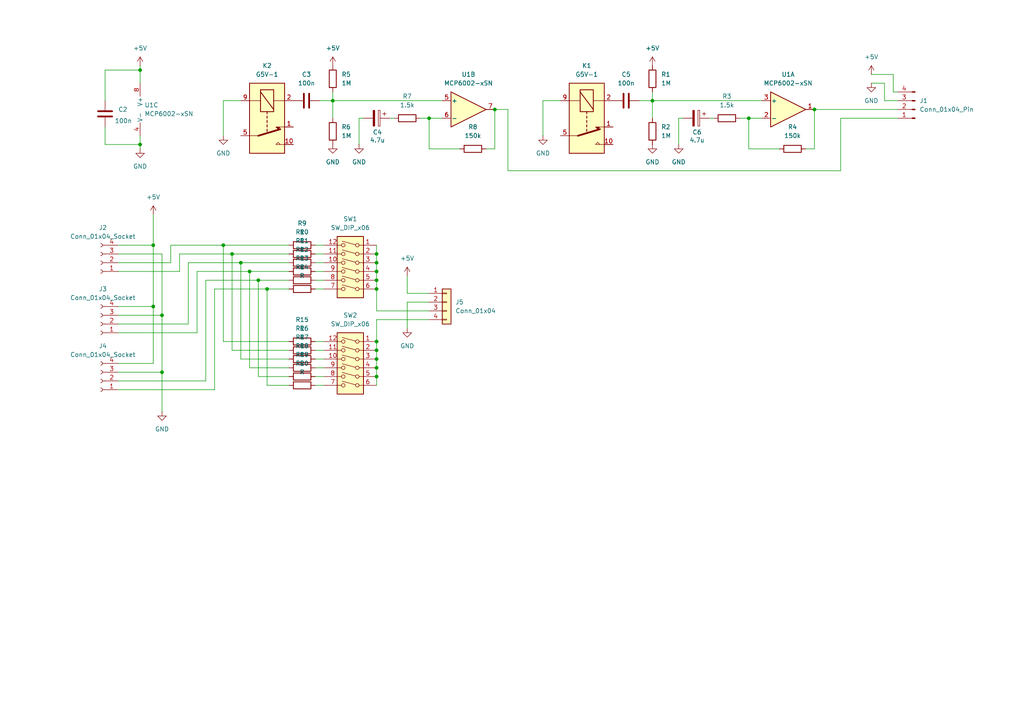
<source format=kicad_sch>
(kicad_sch (version 20250114) (generator "eeschema") (generator_version "9.0")
  (paper "A4")
  (lib_symbols
    (symbol "Amplifier_Operational:MCP6002-xSN" (pin_names (offset 0.127))
      (property "Reference" "U" (at 0 5.08 0))
      (property "Value" "MCP6002-xSN" (at 0 -5.08 0))
      (symbol "MCP6002-xSN_1_1"
        (polyline (pts (xy -5.08 5.08) (xy 5.08 0) (xy -5.08 -5.08) (xy -5.08 5.08)) (stroke (width 0.254)) (fill (type background)))
        (pin input line (at -7.62 2.54 0) (length 2.54) (name "+") (number "3"))
        (pin input line (at -7.62 -2.54 0) (length 2.54) (name "-") (number "2"))
        (pin output line (at 7.62 0 180) (length 2.54) (name "~") (number "1"))
      )
      (symbol "MCP6002-xSN_2_1"
        (polyline (pts (xy -5.08 5.08) (xy 5.08 0) (xy -5.08 -5.08) (xy -5.08 5.08)) (stroke (width 0.254)) (fill (type background)))
        (pin input line (at -7.62 2.54 0) (length 2.54) (name "+") (number "5"))
        (pin input line (at -7.62 -2.54 0) (length 2.54) (name "-") (number "6"))
        (pin output line (at 7.62 0 180) (length 2.54) (name "~") (number "7"))
      )
      (symbol "MCP6002-xSN_3_1"
        (pin power_in line (at -2.54 7.62 270) (length 3.81) (name "V+") (number "8"))
        (pin power_in line (at -2.54 -7.62 90) (length 3.81) (name "V-") (number "4"))
      )
    )
    (symbol "Connector:Conn_01x04_Pin" (pin_names (offset 1.016) (hide yes))
      (property "Reference" "J" (at 0 5.08 0))
      (property "Value" "Conn_01x04_Pin" (at 0 -7.62 0))
      (symbol "Conn_01x04_Pin_1_1"
        (rectangle (start 0.8636 2.667) (end 0 2.413) (stroke (width 0.1524)) (fill (type outline)))
        (rectangle (start 0.8636 0.127) (end 0 -0.127) (stroke (width 0.1524)) (fill (type outline)))
        (rectangle (start 0.8636 -2.413) (end 0 -2.667) (stroke (width 0.1524)) (fill (type outline)))
        (rectangle (start 0.8636 -4.953) (end 0 -5.207) (stroke (width 0.1524)) (fill (type outline)))
        (polyline (pts (xy 1.27 2.54) (xy 0.8636 2.54)) (stroke (width 0.1524)))
        (polyline (pts (xy 1.27 0) (xy 0.8636 0)) (stroke (width 0.1524)))
        (polyline (pts (xy 1.27 -2.54) (xy 0.8636 -2.54)) (stroke (width 0.1524)))
        (polyline (pts (xy 1.27 -5.08) (xy 0.8636 -5.08)) (stroke (width 0.1524)))
        (pin passive line (at 5.08 2.54 180) (length 3.81) (name "Pin_1") (number "1"))
        (pin passive line (at 5.08 0 180) (length 3.81) (name "Pin_2") (number "2"))
        (pin passive line (at 5.08 -2.54 180) (length 3.81) (name "Pin_3") (number "3"))
        (pin passive line (at 5.08 -5.08 180) (length 3.81) (name "Pin_4") (number "4"))
      )
    )
    (symbol "Connector:Conn_01x04_Socket" (pin_names (offset 1.016) (hide yes))
      (property "Reference" "J" (at 0 5.08 0))
      (property "Value" "Conn_01x04_Socket" (at 0 -7.62 0))
      (symbol "Conn_01x04_Socket_1_1"
        (polyline (pts (xy -1.27 2.54) (xy -0.508 2.54)) (stroke (width 0.1524)))
        (polyline (pts (xy -1.27 0) (xy -0.508 0)) (stroke (width 0.1524)))
        (polyline (pts (xy -1.27 -2.54) (xy -0.508 -2.54)) (stroke (width 0.1524)))
        (polyline (pts (xy -1.27 -5.08) (xy -0.508 -5.08)) (stroke (width 0.1524)))
        (arc (start 0 2.032) (mid -0.5058 2.54) (end 0 3.048) (stroke (width 0.1524)))
        (arc (start 0 -0.508) (mid -0.5058 0) (end 0 0.508) (stroke (width 0.1524)))
        (arc (start 0 -3.048) (mid -0.5058 -2.54) (end 0 -2.032) (stroke (width 0.1524)))
        (arc (start 0 -5.588) (mid -0.5058 -5.08) (end 0 -4.572) (stroke (width 0.1524)))
        (pin passive line (at -5.08 2.54 0) (length 3.81) (name "Pin_1") (number "1"))
        (pin passive line (at -5.08 0 0) (length 3.81) (name "Pin_2") (number "2"))
        (pin passive line (at -5.08 -2.54 0) (length 3.81) (name "Pin_3") (number "3"))
        (pin passive line (at -5.08 -5.08 0) (length 3.81) (name "Pin_4") (number "4"))
      )
    )
    (symbol "Connector_Generic:Conn_01x04" (pin_names (offset 1.016) (hide yes))
      (property "Reference" "J" (at 0 5.08 0))
      (property "Value" "Conn_01x04" (at 0 -7.62 0))
      (symbol "Conn_01x04_1_1"
        (rectangle (start -1.27 3.81) (end 1.27 -6.35) (stroke (width 0.254)) (fill (type background)))
        (rectangle (start -1.27 2.667) (end 0 2.413) (stroke (width 0.1524)))
        (rectangle (start -1.27 0.127) (end 0 -0.127) (stroke (width 0.1524)))
        (rectangle (start -1.27 -2.413) (end 0 -2.667) (stroke (width 0.1524)))
        (rectangle (start -1.27 -4.953) (end 0 -5.207) (stroke (width 0.1524)))
        (pin passive line (at -5.08 2.54 0) (length 3.81) (name "Pin_1") (number "1"))
        (pin passive line (at -5.08 0 0) (length 3.81) (name "Pin_2") (number "2"))
        (pin passive line (at -5.08 -2.54 0) (length 3.81) (name "Pin_3") (number "3"))
        (pin passive line (at -5.08 -5.08 0) (length 3.81) (name "Pin_4") (number "4"))
      )
    )
    (symbol "Device:C" (pin_numbers (hide yes)) (pin_names (offset 0.254))
      (property "Reference" "C" (at 0.635 2.54 0))
      (property "Value" "C" (at 0.635 -2.54 0))
      (symbol "C_0_1"
        (polyline (pts (xy -2.032 0.762) (xy 2.032 0.762)) (stroke (width 0.508)))
        (polyline (pts (xy -2.032 -0.762) (xy 2.032 -0.762)) (stroke (width 0.508)))
      )
      (symbol "C_1_1"
        (pin passive line (at 0 3.81 270) (length 2.794) (name "~") (number "1"))
        (pin passive line (at 0 -3.81 90) (length 2.794) (name "~") (number "2"))
      )
    )
    (symbol "Device:C_Polarized" (pin_numbers (hide yes)) (pin_names (offset 0.254))
      (property "Reference" "C" (at 0.635 2.54 0))
      (property "Value" "C_Polarized" (at 0.635 -2.54 0))
      (symbol "C_Polarized_0_1"
        (rectangle (start -2.286 0.508) (end 2.286 1.016))
        (polyline (pts (xy -1.778 2.286) (xy -0.762 2.286)))
        (polyline (pts (xy -1.27 2.794) (xy -1.27 1.778)))
        (rectangle (start 2.286 -0.508) (end -2.286 -1.016) (fill (type outline)))
      )
      (symbol "C_Polarized_1_1"
        (pin passive line (at 0 3.81 270) (length 2.794) (name "~") (number "1"))
        (pin passive line (at 0 -3.81 90) (length 2.794) (name "~") (number "2"))
      )
    )
    (symbol "Device:R" (pin_numbers (hide yes)) (pin_names (offset 0))
      (property "Reference" "R" (at 2.032 0 90))
      (property "Value" "R" (at 0 0 90))
      (symbol "R_0_1"
        (rectangle (start -1.016 -2.54) (end 1.016 2.54) (stroke (width 0.254)))
      )
      (symbol "R_1_1"
        (pin passive line (at 0 3.81 270) (length 1.27) (name "~") (number "1"))
        (pin passive line (at 0 -3.81 90) (length 1.27) (name "~") (number "2"))
      )
    )
    (symbol "Relay:G5V-1"
      (property "Reference" "K" (at 11.43 3.81 0))
      (property "Value" "G5V-1" (at 11.43 1.27 0))
      (symbol "G5V-1_0_0"
        (polyline (pts (xy 7.62 5.08) (xy 7.62 2.54) (xy 6.985 3.175) (xy 7.62 3.81)))
      )
      (symbol "G5V-1_0_1"
        (rectangle (start -10.16 5.08) (end 10.16 -5.08) (stroke (width 0.254)) (fill (type background)))
        (rectangle (start -8.255 1.905) (end -1.905 -1.905) (stroke (width 0.254)))
        (polyline (pts (xy -7.62 -1.905) (xy -2.54 1.905)) (stroke (width 0.254)))
        (polyline (pts (xy -5.08 5.08) (xy -5.08 1.905)))
        (polyline (pts (xy -5.08 -5.08) (xy -5.08 -1.905)))
        (polyline (pts (xy -1.905 0) (xy -1.27 0)) (stroke (width 0.254)))
        (polyline (pts (xy -0.635 0) (xy 0 0)) (stroke (width 0.254)))
        (polyline (pts (xy 0.635 0) (xy 1.27 0)) (stroke (width 0.254)))
        (polyline (pts (xy 1.905 0) (xy 2.54 0)) (stroke (width 0.254)))
        (polyline (pts (xy 2.54 5.08) (xy 2.54 2.54) (xy 3.175 3.175) (xy 2.54 3.81)) (fill (type outline)))
        (polyline (pts (xy 3.175 0) (xy 3.81 0)) (stroke (width 0.254)))
        (polyline (pts (xy 5.08 -2.54) (xy 3.175 3.81)) (stroke (width 0.508)))
        (polyline (pts (xy 5.08 -2.54) (xy 5.08 -5.08)))
      )
      (symbol "G5V-1_1_1"
        (pin passive line (at -5.08 7.62 270) (length 2.54) (name "~") (number "2"))
        (pin passive line (at -5.08 -7.62 90) (length 2.54) (name "~") (number "9"))
        (pin passive line (at 2.54 7.62 270) (length 2.54) (name "~") (number "1"))
        (pin passive line (at 5.08 -7.62 90) (length 2.54) (name "~") (number "5"))
        (pin passive line (at 5.08 -7.62 90) (length 2.54) (hide yes) (name "~") (number "6"))
        (pin passive line (at 7.62 7.62 270) (length 2.54) (name "~") (number "10"))
      )
    )
    (symbol "Switch:SW_DIP_x06" (pin_names (offset 0) (hide yes))
      (property "Reference" "SW" (at 0 11.43 0))
      (property "Value" "SW_DIP_x06" (at 0 -8.89 0))
      (symbol "SW_DIP_x06_0_0"
        (circle (center -2.032 7.62) (radius 0.508))
        (circle (center -2.032 5.08) (radius 0.508))
        (circle (center -2.032 2.54) (radius 0.508))
        (circle (center -2.032 0) (radius 0.508))
        (circle (center -2.032 -2.54) (radius 0.508))
        (circle (center -2.032 -5.08) (radius 0.508))
        (polyline (pts (xy -1.524 7.747) (xy 2.3622 8.7884)))
        (polyline (pts (xy -1.524 5.207) (xy 2.3622 6.2484)))
        (polyline (pts (xy -1.524 2.667) (xy 2.3622 3.7084)))
        (polyline (pts (xy -1.524 0.127) (xy 2.3622 1.1684)))
        (polyline (pts (xy -1.524 -2.3876) (xy 2.3622 -1.3462)))
        (polyline (pts (xy -1.524 -4.9276) (xy 2.3622 -3.8862)))
        (circle (center 2.032 7.62) (radius 0.508))
        (circle (center 2.032 5.08) (radius 0.508))
        (circle (center 2.032 2.54) (radius 0.508))
        (circle (center 2.032 0) (radius 0.508))
        (circle (center 2.032 -2.54) (radius 0.508))
        (circle (center 2.032 -5.08) (radius 0.508))
      )
      (symbol "SW_DIP_x06_0_1"
        (rectangle (start -3.81 10.16) (end 3.81 -7.62) (stroke (width 0.254)) (fill (type background)))
      )
      (symbol "SW_DIP_x06_1_1"
        (pin passive line (at -7.62 7.62 0) (length 5.08) (name "~") (number "1"))
        (pin passive line (at -7.62 5.08 0) (length 5.08) (name "~") (number "2"))
        (pin passive line (at -7.62 2.54 0) (length 5.08) (name "~") (number "3"))
        (pin passive line (at -7.62 0 0) (length 5.08) (name "~") (number "4"))
        (pin passive line (at -7.62 -2.54 0) (length 5.08) (name "~") (number "5"))
        (pin passive line (at -7.62 -5.08 0) (length 5.08) (name "~") (number "6"))
        (pin passive line (at 7.62 7.62 180) (length 5.08) (name "~") (number "12"))
        (pin passive line (at 7.62 5.08 180) (length 5.08) (name "~") (number "11"))
        (pin passive line (at 7.62 2.54 180) (length 5.08) (name "~") (number "10"))
        (pin passive line (at 7.62 0 180) (length 5.08) (name "~") (number "9"))
        (pin passive line (at 7.62 -2.54 180) (length 5.08) (name "~") (number "8"))
        (pin passive line (at 7.62 -5.08 180) (length 5.08) (name "~") (number "7"))
      )
    )
    (symbol "power:+5V" (power) (pin_numbers (hide yes)) (pin_names (offset 0) (hide yes))
      (property "Value" "+5V" (at 0 3.556 0))
      (symbol "+5V_0_1"
        (polyline (pts (xy -0.762 1.27) (xy 0 2.54)))
        (polyline (pts (xy 0 2.54) (xy 0.762 1.27)))
        (polyline (pts (xy 0 0) (xy 0 2.54)))
      )
      (symbol "+5V_1_1"
        (pin power_in line (at 0 0 90) (length 0) (name "~") (number "1"))
      )
    )
    (symbol "power:GND" (power) (pin_numbers (hide yes)) (pin_names (offset 0) (hide yes))
      (property "Value" "GND" (at 0 -3.81 0))
      (symbol "GND_0_1"
        (polyline (pts (xy 0 0) (xy 0 -1.27) (xy 1.27 -1.27) (xy 0 -2.54) (xy -1.27 -1.27) (xy 0 -1.27)))
      )
      (symbol "GND_1_1"
        (pin power_in line (at 0 0 270) (length 0) (name "~") (number "1"))
      )
    )
  )
  (junction (at 69.85 76.2))
  (junction (at 143.51 31.75))
  (junction (at 236.22 31.75))
  (junction (at 109.22 73.66))
  (junction (at 44.45 88.9))
  (junction (at 46.99 91.44))
  (junction (at 74.93 81.28))
  (junction (at 109.22 104.14))
  (junction (at 72.39 78.74))
  (junction (at 40.64 20.32))
  (junction (at 109.22 78.74))
  (junction (at 109.22 81.28))
  (junction (at 109.22 109.22))
  (junction (at 46.99 107.95))
  (junction (at 67.31 73.66))
  (junction (at 96.52 29.21))
  (junction (at 40.64 41.91))
  (junction (at 109.22 101.6))
  (junction (at 189.23 29.21))
  (junction (at 109.22 83.82))
  (junction (at 217.17 34.29))
  (junction (at 44.45 71.12))
  (junction (at 77.47 83.82))
  (junction (at 109.22 99.06))
  (junction (at 124.46 34.29))
  (junction (at 64.77 71.12))
  (junction (at 109.22 76.2))
  (junction (at 109.22 106.68))
  (wire (pts (xy 34.29 88.9) (xy 44.45 88.9)))
  (wire (pts (xy 118.11 87.63) (xy 124.46 87.63)))
  (wire (pts (xy 104.14 34.29) (xy 104.14 41.91)))
  (wire (pts (xy 40.64 43.18) (xy 40.64 41.91)))
  (wire (pts (xy 96.52 26.67) (xy 96.52 29.21)))
  (wire (pts (xy 259.08 21.59) (xy 259.08 26.67)))
  (wire (pts (xy 46.99 73.66) (xy 46.99 91.44)))
  (wire (pts (xy 91.44 81.28) (xy 93.98 81.28)))
  (wire (pts (xy 243.84 34.29) (xy 243.84 49.53)))
  (wire (pts (xy 69.85 76.2) (xy 83.82 76.2)))
  (wire (pts (xy 109.22 83.82) (xy 109.22 90.17)))
  (wire (pts (xy 260.35 34.29) (xy 243.84 34.29)))
  (wire (pts (xy 49.53 76.2) (xy 49.53 71.12)))
  (wire (pts (xy 91.44 73.66) (xy 93.98 73.66)))
  (wire (pts (xy 34.29 76.2) (xy 49.53 76.2)))
  (wire (pts (xy 124.46 43.18) (xy 133.35 43.18)))
  (wire (pts (xy 233.68 43.18) (xy 236.22 43.18)))
  (wire (pts (xy 189.23 29.21) (xy 189.23 34.29)))
  (wire (pts (xy 147.32 31.75) (xy 143.51 31.75)))
  (wire (pts (xy 109.22 76.2) (xy 109.22 78.74)))
  (wire (pts (xy 109.22 73.66) (xy 109.22 76.2)))
  (wire (pts (xy 205.74 34.29) (xy 207.01 34.29)))
  (wire (pts (xy 162.56 29.21) (xy 157.48 29.21)))
  (wire (pts (xy 67.31 73.66) (xy 83.82 73.66)))
  (wire (pts (xy 34.29 73.66) (xy 46.99 73.66)))
  (wire (pts (xy 40.64 20.32) (xy 40.64 24.13)))
  (wire (pts (xy 198.12 34.29) (xy 196.85 34.29)))
  (wire (pts (xy 30.48 20.32) (xy 30.48 29.21)))
  (wire (pts (xy 34.29 107.95) (xy 46.99 107.95)))
  (wire (pts (xy 124.46 43.18) (xy 124.46 34.29)))
  (wire (pts (xy 62.23 113.03) (xy 62.23 83.82)))
  (wire (pts (xy 109.22 106.68) (xy 109.22 104.14)))
  (wire (pts (xy 83.82 111.76) (xy 77.47 111.76)))
  (wire (pts (xy 91.44 111.76) (xy 93.98 111.76)))
  (wire (pts (xy 109.22 99.06) (xy 109.22 92.71)))
  (wire (pts (xy 92.71 29.21) (xy 96.52 29.21)))
  (wire (pts (xy 243.84 49.53) (xy 147.32 49.53)))
  (wire (pts (xy 77.47 111.76) (xy 77.47 83.82)))
  (wire (pts (xy 34.29 91.44) (xy 46.99 91.44)))
  (wire (pts (xy 34.29 113.03) (xy 62.23 113.03)))
  (wire (pts (xy 105.41 34.29) (xy 104.14 34.29)))
  (wire (pts (xy 40.64 19.05) (xy 40.64 20.32)))
  (wire (pts (xy 91.44 106.68) (xy 93.98 106.68)))
  (wire (pts (xy 83.82 101.6) (xy 67.31 101.6)))
  (wire (pts (xy 109.22 81.28) (xy 109.22 83.82)))
  (wire (pts (xy 91.44 104.14) (xy 93.98 104.14)))
  (wire (pts (xy 72.39 106.68) (xy 72.39 78.74)))
  (wire (pts (xy 217.17 43.18) (xy 226.06 43.18)))
  (wire (pts (xy 46.99 107.95) (xy 46.99 119.38)))
  (wire (pts (xy 236.22 31.75) (xy 236.22 43.18)))
  (wire (pts (xy 118.11 85.09) (xy 124.46 85.09)))
  (wire (pts (xy 96.52 29.21) (xy 128.27 29.21)))
  (wire (pts (xy 236.22 31.75) (xy 260.35 31.75)))
  (wire (pts (xy 109.22 90.17) (xy 124.46 90.17)))
  (wire (pts (xy 109.22 111.76) (xy 109.22 109.22)))
  (wire (pts (xy 91.44 99.06) (xy 93.98 99.06)))
  (wire (pts (xy 40.64 20.32) (xy 30.48 20.32)))
  (wire (pts (xy 64.77 29.21) (xy 64.77 39.37)))
  (wire (pts (xy 214.63 34.29) (xy 217.17 34.29)))
  (wire (pts (xy 91.44 71.12) (xy 93.98 71.12)))
  (wire (pts (xy 74.93 81.28) (xy 83.82 81.28)))
  (wire (pts (xy 196.85 34.29) (xy 196.85 41.91)))
  (wire (pts (xy 57.15 96.52) (xy 57.15 78.74)))
  (wire (pts (xy 30.48 36.83) (xy 30.48 41.91)))
  (wire (pts (xy 69.85 104.14) (xy 69.85 76.2)))
  (wire (pts (xy 118.11 95.25) (xy 118.11 87.63)))
  (wire (pts (xy 140.97 43.18) (xy 143.51 43.18)))
  (wire (pts (xy 46.99 91.44) (xy 46.99 107.95)))
  (wire (pts (xy 256.54 29.21) (xy 260.35 29.21)))
  (wire (pts (xy 34.29 110.49) (xy 59.69 110.49)))
  (wire (pts (xy 91.44 78.74) (xy 93.98 78.74)))
  (wire (pts (xy 91.44 101.6) (xy 93.98 101.6)))
  (wire (pts (xy 143.51 31.75) (xy 143.51 43.18)))
  (wire (pts (xy 91.44 76.2) (xy 93.98 76.2)))
  (wire (pts (xy 64.77 71.12) (xy 83.82 71.12)))
  (wire (pts (xy 83.82 106.68) (xy 72.39 106.68)))
  (wire (pts (xy 252.73 21.59) (xy 259.08 21.59)))
  (wire (pts (xy 83.82 99.06) (xy 64.77 99.06)))
  (wire (pts (xy 83.82 109.22) (xy 74.93 109.22)))
  (wire (pts (xy 74.93 109.22) (xy 74.93 81.28)))
  (wire (pts (xy 34.29 78.74) (xy 52.07 78.74)))
  (wire (pts (xy 256.54 24.13) (xy 256.54 29.21)))
  (wire (pts (xy 259.08 26.67) (xy 260.35 26.67)))
  (wire (pts (xy 49.53 71.12) (xy 64.77 71.12)))
  (wire (pts (xy 118.11 80.01) (xy 118.11 85.09)))
  (wire (pts (xy 109.22 104.14) (xy 109.22 101.6)))
  (wire (pts (xy 40.64 41.91) (xy 40.64 39.37)))
  (wire (pts (xy 252.73 24.13) (xy 256.54 24.13)))
  (wire (pts (xy 62.23 83.82) (xy 77.47 83.82)))
  (wire (pts (xy 52.07 73.66) (xy 67.31 73.66)))
  (wire (pts (xy 30.48 41.91) (xy 40.64 41.91)))
  (wire (pts (xy 124.46 34.29) (xy 128.27 34.29)))
  (wire (pts (xy 185.42 29.21) (xy 189.23 29.21)))
  (wire (pts (xy 64.77 99.06) (xy 64.77 71.12)))
  (wire (pts (xy 52.07 78.74) (xy 52.07 73.66)))
  (wire (pts (xy 189.23 26.67) (xy 189.23 29.21)))
  (wire (pts (xy 67.31 101.6) (xy 67.31 73.66)))
  (wire (pts (xy 83.82 104.14) (xy 69.85 104.14)))
  (wire (pts (xy 113.03 34.29) (xy 114.3 34.29)))
  (wire (pts (xy 109.22 71.12) (xy 109.22 73.66)))
  (wire (pts (xy 121.92 34.29) (xy 124.46 34.29)))
  (wire (pts (xy 217.17 43.18) (xy 217.17 34.29)))
  (wire (pts (xy 54.61 93.98) (xy 54.61 76.2)))
  (wire (pts (xy 189.23 29.21) (xy 220.98 29.21)))
  (wire (pts (xy 44.45 88.9) (xy 44.45 71.12)))
  (wire (pts (xy 44.45 105.41) (xy 44.45 88.9)))
  (wire (pts (xy 34.29 105.41) (xy 44.45 105.41)))
  (wire (pts (xy 109.22 109.22) (xy 109.22 106.68)))
  (wire (pts (xy 109.22 101.6) (xy 109.22 99.06)))
  (wire (pts (xy 96.52 29.21) (xy 96.52 34.29)))
  (wire (pts (xy 34.29 96.52) (xy 57.15 96.52)))
  (wire (pts (xy 34.29 93.98) (xy 54.61 93.98)))
  (wire (pts (xy 54.61 76.2) (xy 69.85 76.2)))
  (wire (pts (xy 34.29 71.12) (xy 44.45 71.12)))
  (wire (pts (xy 59.69 81.28) (xy 74.93 81.28)))
  (wire (pts (xy 217.17 34.29) (xy 220.98 34.29)))
  (wire (pts (xy 44.45 71.12) (xy 44.45 62.23)))
  (wire (pts (xy 109.22 92.71) (xy 124.46 92.71)))
  (wire (pts (xy 77.47 83.82) (xy 83.82 83.82)))
  (wire (pts (xy 57.15 78.74) (xy 72.39 78.74)))
  (wire (pts (xy 69.85 29.21) (xy 64.77 29.21)))
  (wire (pts (xy 72.39 78.74) (xy 83.82 78.74)))
  (wire (pts (xy 157.48 29.21) (xy 157.48 39.37)))
  (wire (pts (xy 91.44 83.82) (xy 93.98 83.82)))
  (wire (pts (xy 147.32 49.53) (xy 147.32 31.75)))
  (wire (pts (xy 109.22 78.74) (xy 109.22 81.28)))
  (wire (pts (xy 59.69 110.49) (xy 59.69 81.28)))
  (wire (pts (xy 91.44 109.22) (xy 93.98 109.22)))
  (symbol (lib_id "power:GND") (at 40.64 43.18 0) (unit 1)
    (property "Reference" "#PWR02" (effects (hide yes)))
    (property "Value" "GND" (at 40.64 48.26 0))
    (property "Description" "Power symbol creates a global label with name \"GND\" , ground" (effects (hide yes)))
  )
  (symbol (lib_id "Switch:SW_DIP_x06") (at 101.6 106.68 0) (mirror y) (unit 1)
    (property "Reference" "SW2" (at 101.6 91.44 0))
    (property "Value" "SW_DIP_x06" (at 101.6 93.98 0))
    (property "Footprint" "Package_DIP:DIP-12_W7.62mm" (effects (hide yes)))
    (property "Description" "6x DIP Switch, Single Pole Single Throw (SPST) switch, small symbol" (effects (hide yes)))
  )
  (symbol (lib_id "Device:R") (at 96.52 22.86 0) (unit 1)
    (property "Reference" "R5" (at 99.06 21.5899 0) (effects (justify left)))
    (property "Value" "1M" (at 99.06 24.1299 0) (effects (justify left)))
    (property "Footprint" "Resistor_THT:R_Axial_DIN0204_L3.6mm_D1.6mm_P2.54mm_Vertical" (effects (hide yes)))
    (property "Description" "Resistor" (effects (hide yes)))
  )
  (symbol (lib_id "Connector:Conn_01x04_Pin") (at 265.43 31.75 180) (unit 1)
    (property "Reference" "J1" (at 266.7 29.2099 0) (effects (justify right)))
    (property "Value" "Conn_01x04_Pin" (at 266.7 31.7499 0) (effects (justify right)))
    (property "Footprint" "Connector_PinHeader_2.54mm:PinHeader_1x04_P2.54mm_Vertical" (effects (hide yes)))
    (property "Description" "Generic connector, single row, 01x04, script generated" (effects (hide yes)))
  )
  (symbol (lib_id "Device:C_Polarized") (at 109.22 34.29 270) (unit 1)
    (property "Reference" "C4" (at 109.474 38.354 90))
    (property "Value" "4.7u" (at 109.474 40.64 90))
    (property "Footprint" "Capacitor_THT:CP_Radial_D5.0mm_P2.50mm" (effects (hide yes)))
    (property "Description" "Polarized capacitor" (effects (hide yes)))
  )
  (symbol (lib_id "Device:R") (at 87.63 81.28 90) (unit 1)
    (property "Reference" "R13" (at 87.63 74.93 90))
    (property "Value" "R" (at 87.63 77.47 90))
    (property "Footprint" "Resistor_THT:R_Axial_DIN0207_L6.3mm_D2.5mm_P7.62mm_Horizontal" (effects (hide yes)))
    (property "Description" "Resistor" (effects (hide yes)))
  )
  (symbol (lib_id "Relay:G5V-1") (at 77.47 34.29 270) (unit 1)
    (property "Reference" "K2" (at 77.47 19.05 90))
    (property "Value" "G5V-1" (at 77.47 21.59 90))
    (property "Footprint" "Relay_THT:Relay_SPDT_Omron_G5V-1" (effects (hide yes)))
    (property "Datasheet" "http://omronfs.omron.com/en_US/ecb/products/pdf/en-g5v_1.pdf" (effects (hide yes)))
    (property "Description" "Ultra-miniature, Highly Sensitive SPDT Relay for Signal Circuits" (effects (hide yes)))
  )
  (symbol (lib_id "power:GND") (at 252.73 24.13 0) (unit 1)
    (property "Reference" "#PWR012" (effects (hide yes)))
    (property "Value" "GND" (at 252.73 29.21 0))
    (property "Description" "Power symbol creates a global label with name \"GND\" , ground" (effects (hide yes)))
  )
  (symbol (lib_id "Device:R") (at 87.63 101.6 90) (unit 1)
    (property "Reference" "R16" (at 87.63 95.25 90))
    (property "Value" "R" (at 87.63 97.79 90))
    (property "Footprint" "Resistor_THT:R_Axial_DIN0207_L6.3mm_D2.5mm_P7.62mm_Horizontal" (effects (hide yes)))
    (property "Description" "Resistor" (effects (hide yes)))
  )
  (symbol (lib_id "Device:R") (at 189.23 22.86 0) (unit 1)
    (property "Reference" "R1" (at 191.77 21.5899 0) (effects (justify left)))
    (property "Value" "1M" (at 191.77 24.1299 0) (effects (justify left)))
    (property "Footprint" "Resistor_THT:R_Axial_DIN0204_L3.6mm_D1.6mm_P2.54mm_Vertical" (effects (hide yes)))
    (property "Description" "Resistor" (effects (hide yes)))
  )
  (symbol (lib_id "power:+5V") (at 252.73 21.59 0) (unit 1)
    (property "Reference" "#PWR011" (effects (hide yes)))
    (property "Value" "+5V" (at 252.73 16.51 0))
    (property "Description" "Power symbol creates a global label with name \"+5V\"" (effects (hide yes)))
  )
  (symbol (lib_id "Connector_Generic:Conn_01x04") (at 129.54 87.63 0) (unit 1)
    (property "Reference" "J5" (at 132.08 87.6299 0) (effects (justify left)))
    (property "Value" "Conn_01x04" (at 132.08 90.1699 0) (effects (justify left)))
    (property "Footprint" "Connector_Wire:SolderWire-0.5sqmm_1x04_P4.8mm_D0.9mm_OD2.3mm" (effects (hide yes)))
    (property "Description" "Generic connector, single row, 01x04, script generated (kicad-library-utils/schlib/autogen/connector/)" (effects (hide yes)))
  )
  (symbol (lib_id "power:+5V") (at 118.11 80.01 0) (unit 1)
    (property "Reference" "#PWR015" (effects (hide yes)))
    (property "Value" "+5V" (at 118.11 74.93 0))
    (property "Description" "Power symbol creates a global label with name \"+5V\"" (effects (hide yes)))
  )
  (symbol (lib_id "power:GND") (at 104.14 41.91 0) (unit 1)
    (property "Reference" "#PWR06" (effects (hide yes)))
    (property "Value" "GND" (at 104.14 46.99 0))
    (property "Description" "Power symbol creates a global label with name \"GND\" , ground" (effects (hide yes)))
  )
  (symbol (lib_id "Device:R") (at 87.63 73.66 90) (unit 1)
    (property "Reference" "R10" (at 87.63 67.31 90))
    (property "Value" "R" (at 87.63 69.85 90))
    (property "Footprint" "Resistor_THT:R_Axial_DIN0207_L6.3mm_D2.5mm_P7.62mm_Horizontal" (effects (hide yes)))
    (property "Description" "Resistor" (effects (hide yes)))
  )
  (symbol (lib_id "power:GND") (at 96.52 41.91 0) (unit 1)
    (property "Reference" "#PWR07" (effects (hide yes)))
    (property "Value" "GND" (at 96.52 46.99 0))
    (property "Description" "Power symbol creates a global label with name \"GND\" , ground" (effects (hide yes)))
  )
  (symbol (lib_id "Connector:Conn_01x04_Socket") (at 29.21 93.98 180) (unit 1)
    (property "Reference" "J3" (at 29.845 83.82 0))
    (property "Value" "Conn_01x04_Socket" (at 29.845 86.36 0))
    (property "Footprint" "Connector_PinSocket_2.54mm:PinSocket_1x04_P2.54mm_Vertical" (effects (hide yes)))
    (property "Description" "Generic connector, single row, 01x04, script generated" (effects (hide yes)))
  )
  (symbol (lib_id "power:GND") (at 189.23 41.91 0) (unit 1)
    (property "Reference" "#PWR09" (effects (hide yes)))
    (property "Value" "GND" (at 189.23 46.99 0))
    (property "Description" "Power symbol creates a global label with name \"GND\" , ground" (effects (hide yes)))
  )
  (symbol (lib_id "power:GND") (at 118.11 95.25 0) (unit 1)
    (property "Reference" "#PWR016" (effects (hide yes)))
    (property "Value" "GND" (at 118.11 100.33 0))
    (property "Description" "Power symbol creates a global label with name \"GND\" , ground" (effects (hide yes)))
  )
  (symbol (lib_id "power:GND") (at 64.77 39.37 0) (unit 1)
    (property "Reference" "#PWR05" (effects (hide yes)))
    (property "Value" "GND" (at 64.77 44.45 0))
    (property "Description" "Power symbol creates a global label with name \"GND\" , ground" (effects (hide yes)))
  )
  (symbol (lib_id "power:+5V") (at 96.52 19.05 0) (unit 1)
    (property "Reference" "#PWR08" (effects (hide yes)))
    (property "Value" "+5V" (at 96.52 13.97 0))
    (property "Description" "Power symbol creates a global label with name \"+5V\"" (effects (hide yes)))
  )
  (symbol (lib_id "Connector:Conn_01x04_Socket") (at 29.21 76.2 180) (unit 1)
    (property "Reference" "J2" (at 29.845 66.04 0))
    (property "Value" "Conn_01x04_Socket" (at 29.845 68.58 0))
    (property "Footprint" "Connector_PinSocket_2.54mm:PinSocket_1x04_P2.54mm_Vertical" (effects (hide yes)))
    (property "Description" "Generic connector, single row, 01x04, script generated" (effects (hide yes)))
  )
  (symbol (lib_id "Switch:SW_DIP_x06") (at 101.6 78.74 0) (mirror y) (unit 1)
    (property "Reference" "SW1" (at 101.6 63.5 0))
    (property "Value" "SW_DIP_x06" (at 101.6 66.04 0))
    (property "Footprint" "Package_DIP:DIP-12_W7.62mm" (effects (hide yes)))
    (property "Description" "6x DIP Switch, Single Pole Single Throw (SPST) switch, small symbol" (effects (hide yes)))
  )
  (symbol (lib_id "Device:R") (at 118.11 34.29 90) (unit 1)
    (property "Reference" "R7" (at 118.11 27.94 90))
    (property "Value" "1.5k" (at 118.11 30.48 90))
    (property "Footprint" "Resistor_THT:R_Axial_DIN0204_L3.6mm_D1.6mm_P2.54mm_Vertical" (effects (hide yes)))
    (property "Description" "Resistor" (effects (hide yes)))
  )
  (symbol (lib_id "power:GND") (at 46.99 119.38 0) (unit 1)
    (property "Reference" "#PWR014" (effects (hide yes)))
    (property "Value" "GND" (at 46.99 124.46 0))
    (property "Description" "Power symbol creates a global label with name \"GND\" , ground" (effects (hide yes)))
  )
  (symbol (lib_id "Device:R") (at 189.23 38.1 0) (unit 1)
    (property "Reference" "R2" (at 191.77 36.8299 0) (effects (justify left)))
    (property "Value" "1M" (at 191.77 39.3699 0) (effects (justify left)))
    (property "Footprint" "Resistor_THT:R_Axial_DIN0204_L3.6mm_D1.6mm_P2.54mm_Vertical" (effects (hide yes)))
    (property "Description" "Resistor" (effects (hide yes)))
  )
  (symbol (lib_id "Device:R") (at 87.63 109.22 90) (unit 1)
    (property "Reference" "R19" (at 87.63 102.87 90))
    (property "Value" "R" (at 87.63 105.41 90))
    (property "Footprint" "Resistor_THT:R_Axial_DIN0207_L6.3mm_D2.5mm_P7.62mm_Horizontal" (effects (hide yes)))
    (property "Description" "Resistor" (effects (hide yes)))
  )
  (symbol (lib_id "Device:R") (at 96.52 38.1 0) (unit 1)
    (property "Reference" "R6" (at 99.06 36.8299 0) (effects (justify left)))
    (property "Value" "1M" (at 99.06 39.3699 0) (effects (justify left)))
    (property "Footprint" "Resistor_THT:R_Axial_DIN0204_L3.6mm_D1.6mm_P2.54mm_Vertical" (effects (hide yes)))
    (property "Description" "Resistor" (effects (hide yes)))
  )
  (symbol (lib_id "Relay:G5V-1") (at 170.18 34.29 270) (unit 1)
    (property "Reference" "K1" (at 170.18 19.05 90))
    (property "Value" "G5V-1" (at 170.18 21.59 90))
    (property "Footprint" "Relay_THT:Relay_SPDT_Omron_G5V-1" (effects (hide yes)))
    (property "Datasheet" "http://omronfs.omron.com/en_US/ecb/products/pdf/en-g5v_1.pdf" (effects (hide yes)))
    (property "Description" "Ultra-miniature, Highly Sensitive SPDT Relay for Signal Circuits" (effects (hide yes)))
  )
  (symbol (lib_id "Device:C_Polarized") (at 201.93 34.29 270) (unit 1)
    (property "Reference" "C6" (at 202.184 38.354 90))
    (property "Value" "4.7u" (at 202.184 40.64 90))
    (property "Footprint" "Capacitor_THT:CP_Radial_D5.0mm_P2.50mm" (effects (hide yes)))
    (property "Description" "Polarized capacitor" (effects (hide yes)))
  )
  (symbol (lib_id "power:+5V") (at 40.64 19.05 0) (unit 1)
    (property "Reference" "#PWR01" (effects (hide yes)))
    (property "Value" "+5V" (at 40.64 13.97 0))
    (property "Description" "Power symbol creates a global label with name \"+5V\"" (effects (hide yes)))
  )
  (symbol (lib_id "Device:R") (at 87.63 83.82 90) (unit 1)
    (property "Reference" "R14" (at 87.63 77.47 90))
    (property "Value" "R" (at 87.63 80.01 90))
    (property "Footprint" "Resistor_THT:R_Axial_DIN0207_L6.3mm_D2.5mm_P7.62mm_Horizontal" (effects (hide yes)))
    (property "Description" "Resistor" (effects (hide yes)))
  )
  (symbol (lib_id "Device:R") (at 87.63 111.76 90) (unit 1)
    (property "Reference" "R20" (at 87.63 105.41 90))
    (property "Value" "R" (at 87.63 107.95 90))
    (property "Footprint" "Resistor_THT:R_Axial_DIN0207_L6.3mm_D2.5mm_P7.62mm_Horizontal" (effects (hide yes)))
    (property "Description" "Resistor" (effects (hide yes)))
  )
  (symbol (lib_id "Device:R") (at 137.16 43.18 90) (unit 1)
    (property "Reference" "R8" (at 137.16 36.83 90))
    (property "Value" "150k" (at 137.16 39.37 90))
    (property "Footprint" "Resistor_THT:R_Axial_DIN0204_L3.6mm_D1.6mm_P2.54mm_Vertical" (effects (hide yes)))
    (property "Description" "Resistor" (effects (hide yes)))
  )
  (symbol (lib_id "Amplifier_Operational:MCP6002-xSN") (at 228.6 31.75 0) (unit 1)
    (property "Reference" "U1" (at 228.6 21.59 0))
    (property "Value" "MCP6002-xSN" (at 228.6 24.13 0))
    (property "Footprint" "Package_DIP:DIP-8_W7.62mm_LongPads" (effects (hide yes)))
    (property "Datasheet" "http://ww1.microchip.com/downloads/en/DeviceDoc/21733j.pdf" (effects (hide yes)))
    (property "Description" "1MHz, Low-Power Op Amp, SOIC-8" (effects (hide yes)))
  )
  (symbol (lib_id "Device:R") (at 87.63 104.14 90) (unit 1)
    (property "Reference" "R17" (at 87.63 97.79 90))
    (property "Value" "R" (at 87.63 100.33 90))
    (property "Footprint" "Resistor_THT:R_Axial_DIN0207_L6.3mm_D2.5mm_P7.62mm_Horizontal" (effects (hide yes)))
    (property "Description" "Resistor" (effects (hide yes)))
  )
  (symbol (lib_id "Device:R") (at 87.63 71.12 90) (unit 1)
    (property "Reference" "R9" (at 87.63 64.77 90))
    (property "Value" "R" (at 87.63 67.31 90))
    (property "Footprint" "Resistor_THT:R_Axial_DIN0207_L6.3mm_D2.5mm_P7.62mm_Horizontal" (effects (hide yes)))
    (property "Description" "Resistor" (effects (hide yes)))
  )
  (symbol (lib_id "Device:R") (at 87.63 76.2 90) (unit 1)
    (property "Reference" "R11" (at 87.63 69.85 90))
    (property "Value" "R" (at 87.63 72.39 90))
    (property "Footprint" "Resistor_THT:R_Axial_DIN0207_L6.3mm_D2.5mm_P7.62mm_Horizontal" (effects (hide yes)))
    (property "Description" "Resistor" (effects (hide yes)))
  )
  (symbol (lib_id "power:GND") (at 196.85 41.91 0) (unit 1)
    (property "Reference" "#PWR010" (effects (hide yes)))
    (property "Value" "GND" (at 196.85 46.99 0))
    (property "Description" "Power symbol creates a global label with name \"GND\" , ground" (effects (hide yes)))
  )
  (symbol (lib_id "Device:R") (at 229.87 43.18 90) (unit 1)
    (property "Reference" "R4" (at 229.87 36.83 90))
    (property "Value" "150k" (at 229.87 39.37 90))
    (property "Footprint" "Resistor_THT:R_Axial_DIN0204_L3.6mm_D1.6mm_P2.54mm_Vertical" (effects (hide yes)))
    (property "Description" "Resistor" (effects (hide yes)))
  )
  (symbol (lib_id "Device:C") (at 88.9 29.21 90) (unit 1)
    (property "Reference" "C3" (at 88.9 21.59 90))
    (property "Value" "100n" (at 88.9 24.13 90))
    (property "Footprint" "Capacitor_THT:C_Disc_D4.3mm_W1.9mm_P5.00mm" (effects (hide yes)))
    (property "Description" "Unpolarized capacitor" (effects (hide yes)))
  )
  (symbol (lib_id "Device:R") (at 87.63 106.68 90) (unit 1)
    (property "Reference" "R18" (at 87.63 100.33 90))
    (property "Value" "R" (at 87.63 102.87 90))
    (property "Footprint" "Resistor_THT:R_Axial_DIN0207_L6.3mm_D2.5mm_P7.62mm_Horizontal" (effects (hide yes)))
    (property "Description" "Resistor" (effects (hide yes)))
  )
  (symbol (lib_id "Device:C") (at 181.61 29.21 90) (unit 1)
    (property "Reference" "C5" (at 181.61 21.59 90))
    (property "Value" "100n" (at 181.61 24.13 90))
    (property "Footprint" "Capacitor_THT:C_Disc_D4.3mm_W1.9mm_P5.00mm" (effects (hide yes)))
    (property "Description" "Unpolarized capacitor" (effects (hide yes)))
  )
  (symbol (lib_id "Device:C") (at 30.48 33.02 180) (unit 1)
    (property "Reference" "C2" (at 34.29 31.7499 0) (effects (justify right)))
    (property "Value" "100n" (at 33.274 35.052 0) (effects (justify right)))
    (property "Footprint" "Capacitor_THT:C_Disc_D4.3mm_W1.9mm_P5.00mm" (effects (hide yes)))
    (property "Description" "Unpolarized capacitor" (effects (hide yes)))
  )
  (symbol (lib_id "Amplifier_Operational:MCP6002-xSN") (at 135.89 31.75 0) (unit 2)
    (property "Reference" "U1" (at 135.89 21.59 0))
    (property "Value" "MCP6002-xSN" (at 135.89 24.13 0))
    (property "Footprint" "Package_DIP:DIP-8_W7.62mm_LongPads" (effects (hide yes)))
    (property "Datasheet" "http://ww1.microchip.com/downloads/en/DeviceDoc/21733j.pdf" (effects (hide yes)))
    (property "Description" "1MHz, Low-Power Op Amp, SOIC-8" (effects (hide yes)))
  )
  (symbol (lib_id "Device:R") (at 87.63 78.74 90) (unit 1)
    (property "Reference" "R12" (at 87.63 72.39 90))
    (property "Value" "R" (at 87.63 74.93 90))
    (property "Footprint" "Resistor_THT:R_Axial_DIN0207_L6.3mm_D2.5mm_P7.62mm_Horizontal" (effects (hide yes)))
    (property "Description" "Resistor" (effects (hide yes)))
  )
  (symbol (lib_id "power:+5V") (at 44.45 62.23 0) (unit 1)
    (property "Reference" "#PWR013" (effects (hide yes)))
    (property "Value" "+5V" (at 44.45 57.15 0))
    (property "Description" "Power symbol creates a global label with name \"+5V\"" (effects (hide yes)))
  )
  (symbol (lib_id "power:GND") (at 157.48 39.37 0) (unit 1)
    (property "Reference" "#PWR03" (effects (hide yes)))
    (property "Value" "GND" (at 157.48 44.45 0))
    (property "Description" "Power symbol creates a global label with name \"GND\" , ground" (effects (hide yes)))
  )
  (symbol (lib_id "power:+5V") (at 189.23 19.05 0) (unit 1)
    (property "Reference" "#PWR04" (effects (hide yes)))
    (property "Value" "+5V" (at 189.23 13.97 0))
    (property "Description" "Power symbol creates a global label with name \"+5V\"" (effects (hide yes)))
  )
  (symbol (lib_id "Amplifier_Operational:MCP6002-xSN") (at 43.18 31.75 0) (unit 3)
    (property "Reference" "U1" (at 41.91 30.4799 0) (effects (justify left)))
    (property "Value" "MCP6002-xSN" (at 41.91 33.0199 0) (effects (justify left)))
    (property "Footprint" "Package_DIP:DIP-8_W7.62mm_LongPads" (effects (hide yes)))
    (property "Datasheet" "http://ww1.microchip.com/downloads/en/DeviceDoc/21733j.pdf" (effects (hide yes)))
    (property "Description" "1MHz, Low-Power Op Amp, SOIC-8" (effects (hide yes)))
  )
  (symbol (lib_id "Connector:Conn_01x04_Socket") (at 29.21 110.49 180) (unit 1)
    (property "Reference" "J4" (at 29.845 100.33 0))
    (property "Value" "Conn_01x04_Socket" (at 29.845 102.87 0))
    (property "Footprint" "Connector_PinSocket_2.54mm:PinSocket_1x04_P2.54mm_Vertical" (effects (hide yes)))
    (property "Description" "Generic connector, single row, 01x04, script generated" (effects (hide yes)))
  )
  (symbol (lib_id "Device:R") (at 87.63 99.06 90) (unit 1)
    (property "Reference" "R15" (at 87.63 92.71 90))
    (property "Value" "R" (at 87.63 95.25 90))
    (property "Footprint" "Resistor_THT:R_Axial_DIN0207_L6.3mm_D2.5mm_P7.62mm_Horizontal" (effects (hide yes)))
    (property "Description" "Resistor" (effects (hide yes)))
  )
  (symbol (lib_id "Device:R") (at 210.82 34.29 90) (unit 1)
    (property "Reference" "R3" (at 210.82 27.94 90))
    (property "Value" "1.5k" (at 210.82 30.48 90))
    (property "Footprint" "Resistor_THT:R_Axial_DIN0204_L3.6mm_D1.6mm_P2.54mm_Vertical" (effects (hide yes)))
    (property "Description" "Resistor" (effects (hide yes)))
  )
)
</source>
